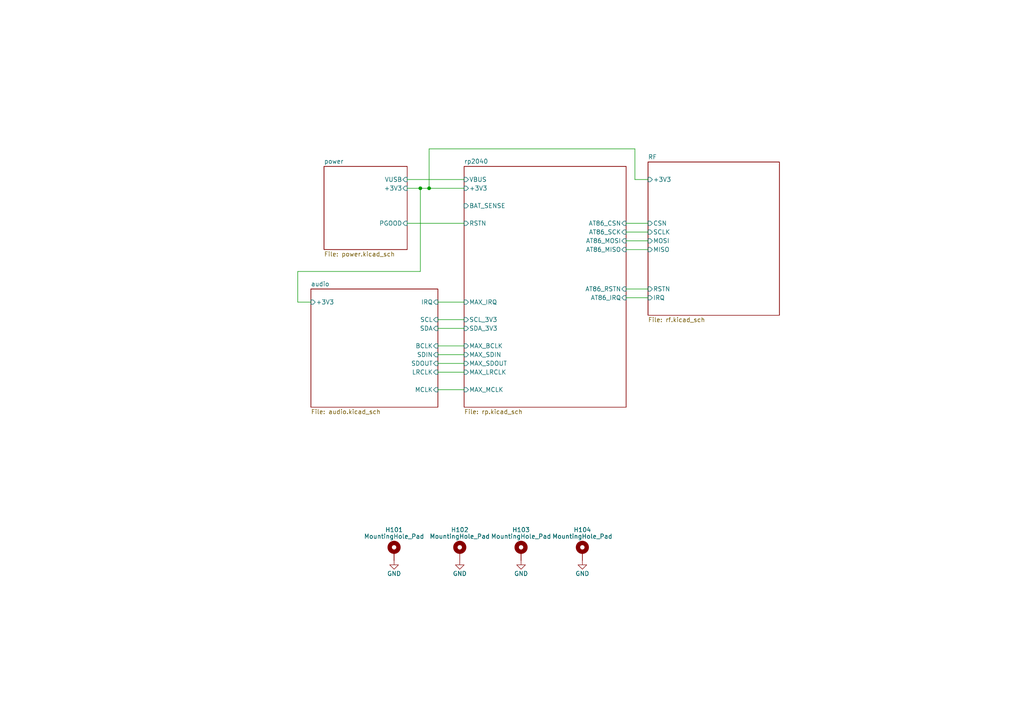
<source format=kicad_sch>
(kicad_sch (version 20211123) (generator eeschema)
  (paper "A4")
  (lib_symbols
    (symbol "Mechanical:MountingHole_Pad" (pin_numbers hide) (pin_names (offset 1.016) hide)
      (property "Reference" "H" (at 0 6.35 0))
      (property "Value" "MountingHole_Pad" (at 0 4.445 0))
      (symbol "MountingHole_Pad_0_1"
        (circle (center 0 1.27) (radius 1.27) (stroke (width 1.27)))
      )
      (symbol "MountingHole_Pad_1_1"
        (pin input line (at 0 -2.54 90) (length 2.54) (name "1") (number "1"))
      )
    )
    (symbol "power:GND" (power) (pin_names (offset 0))
      (property "Value" "GND" (at 0 -3.81 0))
      (symbol "GND_0_1"
        (polyline (pts (xy 0 0) (xy 0 -1.27) (xy 1.27 -1.27) (xy 0 -2.54) (xy -1.27 -1.27) (xy 0 -1.27)))
      )
      (symbol "GND_1_1"
        (pin power_in line (at 0 0 270) (length 0) hide (name "GND") (number "1"))
      )
    )
  )
  (junction (at 124.46 54.61))
  (junction (at 121.92 54.61))
  (wire (pts (xy 127 100.33) (xy 134.62 100.33)))
  (wire (pts (xy 127 113.03) (xy 134.62 113.03)))
  (wire (pts (xy 127 105.41) (xy 134.62 105.41)))
  (wire (pts (xy 121.92 54.61) (xy 124.46 54.61)))
  (wire (pts (xy 121.92 78.74) (xy 121.92 54.61)))
  (wire (pts (xy 127 102.87) (xy 134.62 102.87)))
  (wire (pts (xy 181.61 83.82) (xy 187.96 83.82)))
  (wire (pts (xy 86.36 87.63) (xy 86.36 78.74)))
  (wire (pts (xy 90.17 87.63) (xy 86.36 87.63)))
  (wire (pts (xy 181.61 86.36) (xy 187.96 86.36)))
  (wire (pts (xy 184.15 43.18) (xy 184.15 52.07)))
  (wire (pts (xy 127 107.95) (xy 134.62 107.95)))
  (wire (pts (xy 124.46 54.61) (xy 134.62 54.61)))
  (wire (pts (xy 184.15 52.07) (xy 187.96 52.07)))
  (wire (pts (xy 181.61 67.31) (xy 187.96 67.31)))
  (wire (pts (xy 181.61 69.85) (xy 187.96 69.85)))
  (wire (pts (xy 181.61 72.39) (xy 187.96 72.39)))
  (wire (pts (xy 86.36 78.74) (xy 121.92 78.74)))
  (wire (pts (xy 181.61 64.77) (xy 187.96 64.77)))
  (wire (pts (xy 118.11 52.07) (xy 134.62 52.07)))
  (wire (pts (xy 127 92.71) (xy 134.62 92.71)))
  (wire (pts (xy 127 95.25) (xy 134.62 95.25)))
  (wire (pts (xy 127 87.63) (xy 134.62 87.63)))
  (wire (pts (xy 118.11 64.77) (xy 134.62 64.77)))
  (wire (pts (xy 118.11 54.61) (xy 121.92 54.61)))
  (wire (pts (xy 124.46 43.18) (xy 184.15 43.18)))
  (wire (pts (xy 124.46 54.61) (xy 124.46 43.18)))
  (symbol (lib_id "power:GND") (at 114.3 162.56 0) (unit 1)
    (property "Reference" "#PWR0103" (effects hide))
    (property "Value" "GND" (at 114.3 166.37 0))
  )
  (symbol (lib_id "Mechanical:MountingHole_Pad") (at 133.35 160.02 0) (unit 1)
    (property "Reference" "H102" (at 133.35 153.67 0))
    (property "Value" "MountingHole_Pad" (at 133.35 155.575 0))
    (property "Footprint" "MountingHole:MountingHole_2.2mm_M2_ISO14580_Pad" (effects hide))
    (property "Digikey" "NoPart" (effects hide))
  )
  (symbol (lib_id "Mechanical:MountingHole_Pad") (at 168.91 160.02 0) (unit 1)
    (property "Reference" "H104" (at 168.91 153.67 0))
    (property "Value" "MountingHole_Pad" (at 168.91 155.575 0))
    (property "Footprint" "MountingHole:MountingHole_2.2mm_M2_ISO14580_Pad" (effects hide))
    (property "Digikey" "NoPart" (effects hide))
  )
  (symbol (lib_id "power:GND") (at 133.35 162.56 0) (unit 1)
    (property "Reference" "#PWR0104" (effects hide))
    (property "Value" "GND" (at 133.35 166.37 0))
  )
  (symbol (lib_id "power:GND") (at 168.91 162.56 0) (unit 1)
    (property "Reference" "#PWR0106" (effects hide))
    (property "Value" "GND" (at 168.91 166.37 0))
  )
  (symbol (lib_id "power:GND") (at 151.13 162.56 0) (unit 1)
    (property "Reference" "#PWR0105" (effects hide))
    (property "Value" "GND" (at 151.13 166.37 0))
  )
  (symbol (lib_id "Mechanical:MountingHole_Pad") (at 151.13 160.02 0) (unit 1)
    (property "Reference" "H103" (at 151.13 153.67 0))
    (property "Value" "MountingHole_Pad" (at 151.13 155.575 0))
    (property "Footprint" "MountingHole:MountingHole_2.2mm_M2_ISO14580_Pad" (effects hide))
    (property "Digikey" "NoPart" (effects hide))
  )
  (symbol (lib_id "Mechanical:MountingHole_Pad") (at 114.3 160.02 0) (unit 1)
    (property "Reference" "H101" (at 114.3 153.67 0))
    (property "Value" "MountingHole_Pad" (at 114.3 155.575 0))
    (property "Footprint" "MountingHole:MountingHole_2.2mm_M2_ISO14580_Pad" (effects hide))
    (property "Digikey" "NoPart" (effects hide))
  )
  (sheet (at 90.17 83.82) (size 36.83 34.29) (stroke (width 0.1524))
    (property "Sheet name" "audio" (at 90.17 83.1084 0) (effects (justify left bottom)))
    (property "Sheet file" "audio.kicad_sch" (at 90.17 118.6946 0) (effects (justify left top)))
    (pin "IRQ" input (at 127 87.63 0))
    (pin "SDA" input (at 127 95.25 0))
    (pin "SCL" input (at 127 92.71 0))
    (pin "+3V3" input (at 90.17 87.63 180))
    (pin "MCLK" input (at 127 113.03 0))
    (pin "SDOUT" input (at 127 105.41 0))
    (pin "SDIN" input (at 127 102.87 0))
    (pin "LRCLK" input (at 127 107.95 0))
    (pin "BCLK" input (at 127 100.33 0))
  )
  (sheet (at 187.96 46.99) (size 38.1 44.45) (stroke (width 0.1524))
    (property "Sheet name" "RF" (at 187.96 46.2784 0) (effects (justify left bottom)))
    (property "Sheet file" "rf.kicad_sch" (at 187.96 92.0246 0) (effects (justify left top)))
    (pin "RSTN" input (at 187.96 83.82 180))
    (pin "CSN" input (at 187.96 64.77 180))
    (pin "MOSI" input (at 187.96 69.85 180))
    (pin "IRQ" input (at 187.96 86.36 180))
    (pin "MISO" input (at 187.96 72.39 180))
    (pin "SCLK" input (at 187.96 67.31 180))
    (pin "+3V3" input (at 187.96 52.07 180))
  )
  (sheet (at 93.98 48.26) (size 24.13 24.13) (stroke (width 0.1524))
    (property "Sheet name" "power" (at 93.98 47.5484 0) (effects (justify left bottom)))
    (property "Sheet file" "power.kicad_sch" (at 93.98 72.9746 0) (effects (justify left top)))
    (pin "PGOOD" input (at 118.11 64.77 0))
    (pin "VUSB" input (at 118.11 52.07 0))
    (pin "+3V3" input (at 118.11 54.61 0))
  )
  (sheet (at 134.62 48.26) (size 46.99 69.85) (stroke (width 0.1524))
    (property "Sheet name" "rp2040" (at 134.62 47.5484 0) (effects (justify left bottom)))
    (property "Sheet file" "rp.kicad_sch" (at 134.62 118.6946 0) (effects (justify left top)))
    (pin "RSTN" input (at 134.62 64.77 180))
    (pin "AT86_IRQ" input (at 181.61 86.36 0))
    (pin "VBUS" input (at 134.62 52.07 180))
    (pin "AT86_SCK" input (at 181.61 67.31 0))
    (pin "AT86_MOSI" input (at 181.61 69.85 0))
    (pin "AT86_MISO" input (at 181.61 72.39 0))
    (pin "AT86_CSN" input (at 181.61 64.77 0))
    (pin "+3V3" input (at 134.62 54.61 180))
    (pin "MAX_MCLK" input (at 134.62 113.03 180))
    (pin "MAX_LRCLK" input (at 134.62 107.95 180))
    (pin "MAX_SDIN" input (at 134.62 102.87 180))
    (pin "MAX_SDOUT" input (at 134.62 105.41 180))
    (pin "MAX_BCLK" input (at 134.62 100.33 180))
    (pin "MAX_IRQ" input (at 134.62 87.63 180))
    (pin "AT86_RSTN" input (at 181.61 83.82 0))
    (pin "SDA_3V3" input (at 134.62 95.25 180))
    (pin "SCL_3V3" input (at 134.62 92.71 180))
    (pin "BAT_SENSE" input (at 134.62 59.69 180))
  )
)
</source>
